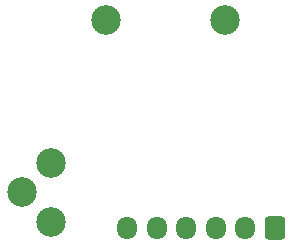
<source format=gbr>
%TF.GenerationSoftware,KiCad,Pcbnew,9.0.0*%
%TF.CreationDate,2025-03-13T20:31:58+01:00*%
%TF.ProjectId,Tasterplatine,54617374-6572-4706-9c61-74696e652e6b,1*%
%TF.SameCoordinates,Original*%
%TF.FileFunction,Soldermask,Bot*%
%TF.FilePolarity,Negative*%
%FSLAX46Y46*%
G04 Gerber Fmt 4.6, Leading zero omitted, Abs format (unit mm)*
G04 Created by KiCad (PCBNEW 9.0.0) date 2025-03-13 20:31:58*
%MOMM*%
%LPD*%
G01*
G04 APERTURE LIST*
G04 Aperture macros list*
%AMRoundRect*
0 Rectangle with rounded corners*
0 $1 Rounding radius*
0 $2 $3 $4 $5 $6 $7 $8 $9 X,Y pos of 4 corners*
0 Add a 4 corners polygon primitive as box body*
4,1,4,$2,$3,$4,$5,$6,$7,$8,$9,$2,$3,0*
0 Add four circle primitives for the rounded corners*
1,1,$1+$1,$2,$3*
1,1,$1+$1,$4,$5*
1,1,$1+$1,$6,$7*
1,1,$1+$1,$8,$9*
0 Add four rect primitives between the rounded corners*
20,1,$1+$1,$2,$3,$4,$5,0*
20,1,$1+$1,$4,$5,$6,$7,0*
20,1,$1+$1,$6,$7,$8,$9,0*
20,1,$1+$1,$8,$9,$2,$3,0*%
G04 Aperture macros list end*
%ADD10C,2.500000*%
%ADD11RoundRect,0.250000X0.600000X0.725000X-0.600000X0.725000X-0.600000X-0.725000X0.600000X-0.725000X0*%
%ADD12O,1.700000X1.950000*%
G04 APERTURE END LIST*
D10*
%TO.C,LA1*%
X51514000Y-60920000D03*
X61514000Y-60920000D03*
%TD*%
%TO.C,SW1*%
X46839000Y-78000000D03*
X44339000Y-75500000D03*
X46839000Y-73000000D03*
%TD*%
D11*
%TO.C,J1*%
X65764000Y-78500000D03*
D12*
X63264000Y-78500000D03*
X60764000Y-78500000D03*
X58264000Y-78500000D03*
X55764000Y-78500000D03*
X53264000Y-78500000D03*
%TD*%
M02*

</source>
